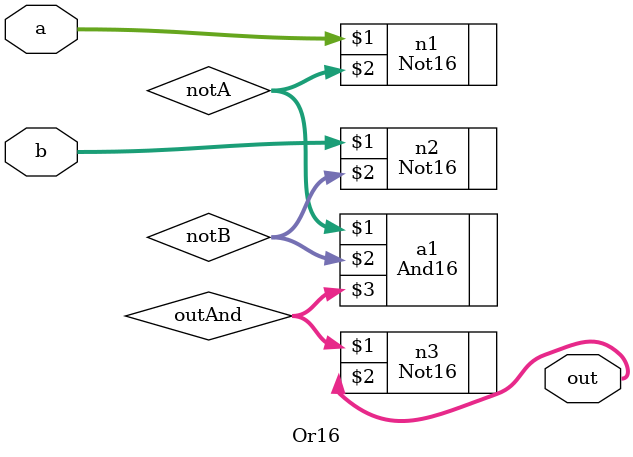
<source format=v>
module Or16(a,b,out);
	input [15:0] a;
	input [15:0] b;
	output [15:0] out;
	
	wire[15:0] notA,notB,outAnd;
	
	Not16 n1(a,notA);
	Not16 n2(b,notB);
	And16 a1(notA,notB,outAnd);
	Not16 n3(outAnd,out);
	
	

	
endmodule 

</source>
